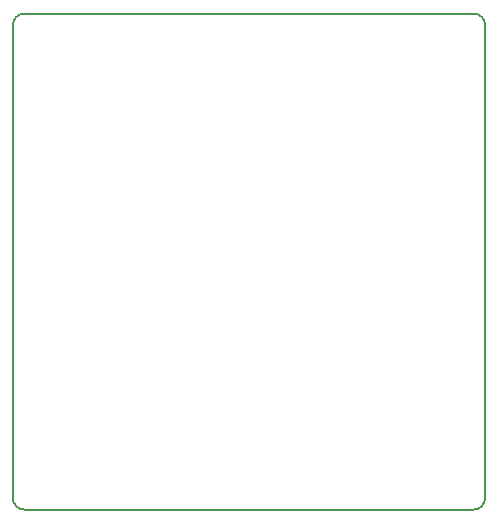
<source format=gbr>
G04 #@! TF.GenerationSoftware,KiCad,Pcbnew,(5.0.2)-1*
G04 #@! TF.CreationDate,2019-03-31T11:50:41+03:00*
G04 #@! TF.ProjectId,pwm_led_controller,70776d5f-6c65-4645-9f63-6f6e74726f6c,rev?*
G04 #@! TF.SameCoordinates,Original*
G04 #@! TF.FileFunction,Profile,NP*
%FSLAX46Y46*%
G04 Gerber Fmt 4.6, Leading zero omitted, Abs format (unit mm)*
G04 Created by KiCad (PCBNEW (5.0.2)-1) date 31.03.2019 11:50:41*
%MOMM*%
%LPD*%
G01*
G04 APERTURE LIST*
%ADD10C,0.150000*%
G04 APERTURE END LIST*
D10*
X100500000Y-93000000D02*
G75*
G02X99500000Y-92000000I0J1000000D01*
G01*
X99500000Y-52000000D02*
G75*
G02X100500000Y-51000000I1000000J0D01*
G01*
X138500000Y-51000000D02*
G75*
G02X139500000Y-52000000I0J-1000000D01*
G01*
X139500000Y-92000000D02*
G75*
G02X138500000Y-93000000I-1000000J0D01*
G01*
X100500000Y-51000000D02*
X138500000Y-51000000D01*
X99500000Y-92000000D02*
X99500000Y-52000000D01*
X138500000Y-93000000D02*
X100500000Y-93000000D01*
X139500000Y-52000000D02*
X139500000Y-92000000D01*
M02*

</source>
